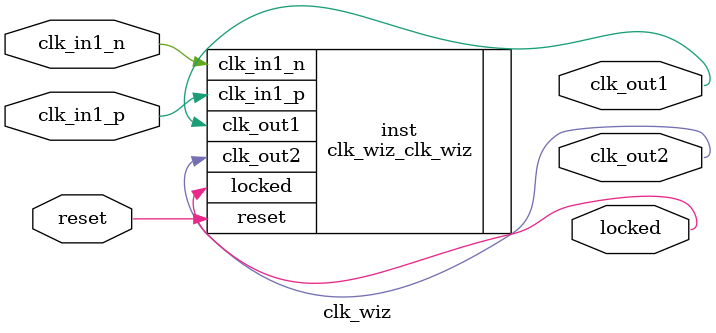
<source format=v>


`timescale 1ps/1ps

(* CORE_GENERATION_INFO = "clk_wiz,clk_wiz_v6_0_2_0_0,{component_name=clk_wiz,use_phase_alignment=false,use_min_o_jitter=false,use_max_i_jitter=false,use_dyn_phase_shift=false,use_inclk_switchover=false,use_dyn_reconfig=false,enable_axi=0,feedback_source=FDBK_AUTO,PRIMITIVE=MMCM,num_out_clk=2,clkin1_period=3.333,clkin2_period=10.0,use_power_down=false,use_reset=true,use_locked=true,use_inclk_stopped=false,feedback_type=SINGLE,CLOCK_MGR_TYPE=NA,manual_override=false}" *)

module clk_wiz 
 (
  // Clock out ports
  output        clk_out1,
  output        clk_out2,
  // Status and control signals
  input         reset,
  output        locked,
 // Clock in ports
  input         clk_in1_p,
  input         clk_in1_n
 );

  clk_wiz_clk_wiz inst
  (
  // Clock out ports  
  .clk_out1(clk_out1),
  .clk_out2(clk_out2),
  // Status and control signals               
  .reset(reset), 
  .locked(locked),
 // Clock in ports
  .clk_in1_p(clk_in1_p),
  .clk_in1_n(clk_in1_n)
  );

endmodule

</source>
